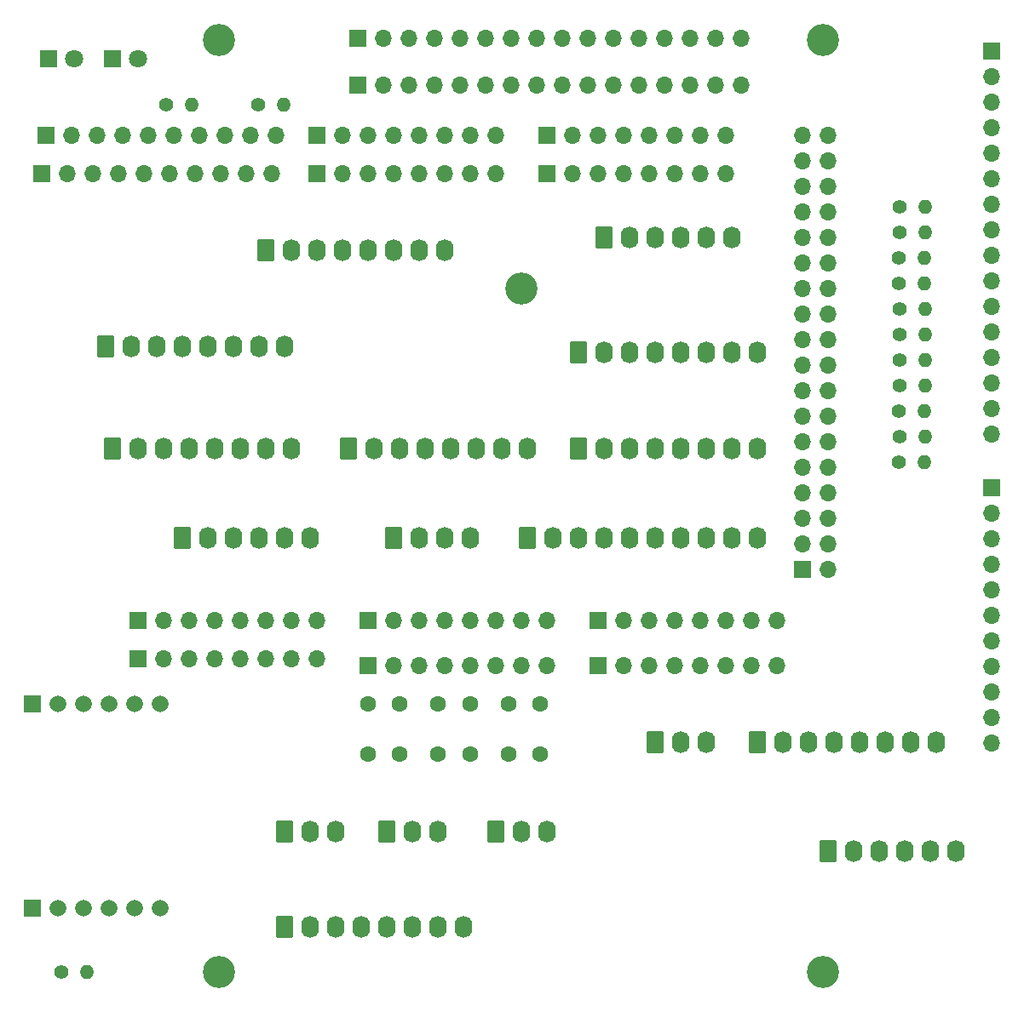
<source format=gbr>
%TF.GenerationSoftware,KiCad,Pcbnew,7.0.9*%
%TF.CreationDate,2023-11-21T03:23:09+10:00*%
%TF.ProjectId,Right Console Input,52696768-7420-4436-9f6e-736f6c652049,rev?*%
%TF.SameCoordinates,Original*%
%TF.FileFunction,Soldermask,Top*%
%TF.FilePolarity,Negative*%
%FSLAX46Y46*%
G04 Gerber Fmt 4.6, Leading zero omitted, Abs format (unit mm)*
G04 Created by KiCad (PCBNEW 7.0.9) date 2023-11-21 03:23:09*
%MOMM*%
%LPD*%
G01*
G04 APERTURE LIST*
G04 Aperture macros list*
%AMRoundRect*
0 Rectangle with rounded corners*
0 $1 Rounding radius*
0 $2 $3 $4 $5 $6 $7 $8 $9 X,Y pos of 4 corners*
0 Add a 4 corners polygon primitive as box body*
4,1,4,$2,$3,$4,$5,$6,$7,$8,$9,$2,$3,0*
0 Add four circle primitives for the rounded corners*
1,1,$1+$1,$2,$3*
1,1,$1+$1,$4,$5*
1,1,$1+$1,$6,$7*
1,1,$1+$1,$8,$9*
0 Add four rect primitives between the rounded corners*
20,1,$1+$1,$2,$3,$4,$5,0*
20,1,$1+$1,$4,$5,$6,$7,0*
20,1,$1+$1,$6,$7,$8,$9,0*
20,1,$1+$1,$8,$9,$2,$3,0*%
G04 Aperture macros list end*
%ADD10R,1.700000X1.700000*%
%ADD11O,1.700000X1.700000*%
%ADD12RoundRect,0.250000X-0.620000X-0.845000X0.620000X-0.845000X0.620000X0.845000X-0.620000X0.845000X0*%
%ADD13O,1.740000X2.190000*%
%ADD14C,1.400000*%
%ADD15O,1.400000X1.400000*%
%ADD16C,1.600000*%
%ADD17C,3.200000*%
%ADD18R,1.800000X1.800000*%
%ADD19C,1.800000*%
%ADD20R,1.665000X1.665000*%
%ADD21C,1.665000*%
G04 APERTURE END LIST*
D10*
%TO.C,J31*%
X193980000Y-92380000D03*
D11*
X196520000Y-92380000D03*
X193980000Y-89840000D03*
X196520000Y-89840000D03*
X193980000Y-87300000D03*
X196520000Y-87300000D03*
X193980000Y-84760000D03*
X196520000Y-84760000D03*
X193980000Y-82220000D03*
X196520000Y-82220000D03*
X193980000Y-79680000D03*
X196520000Y-79680000D03*
X193980000Y-77140000D03*
X196520000Y-77140000D03*
X193980000Y-74600000D03*
X196520000Y-74600000D03*
X193980000Y-72060000D03*
X196520000Y-72060000D03*
X193980000Y-69520000D03*
X196520000Y-69520000D03*
X193980000Y-66980000D03*
X196520000Y-66980000D03*
X193980000Y-64440000D03*
X196520000Y-64440000D03*
X193980000Y-61900000D03*
X196520000Y-61900000D03*
X193980000Y-59360000D03*
X196520000Y-59360000D03*
X193980000Y-56820000D03*
X196520000Y-56820000D03*
X193980000Y-54280000D03*
X196520000Y-54280000D03*
X193980000Y-51740000D03*
X196520000Y-51740000D03*
X193980000Y-49200000D03*
X196520000Y-49200000D03*
%TD*%
D10*
%TO.C,J28*%
X127940000Y-97460000D03*
D11*
X130480000Y-97460000D03*
X133020000Y-97460000D03*
X135560000Y-97460000D03*
X138100000Y-97460000D03*
X140640000Y-97460000D03*
X143180000Y-97460000D03*
X145720000Y-97460000D03*
%TD*%
D10*
%TO.C,J29*%
X150800000Y-97460000D03*
D11*
X153340000Y-97460000D03*
X155880000Y-97460000D03*
X158420000Y-97460000D03*
X160960000Y-97460000D03*
X163500000Y-97460000D03*
X166040000Y-97460000D03*
X168580000Y-97460000D03*
%TD*%
D10*
%TO.C,J30*%
X173660000Y-97460000D03*
D11*
X176200000Y-97460000D03*
X178740000Y-97460000D03*
X181280000Y-97460000D03*
X183820000Y-97460000D03*
X186360000Y-97460000D03*
X188900000Y-97460000D03*
X191440000Y-97460000D03*
%TD*%
D10*
%TO.C,J32*%
X118796000Y-49200000D03*
D11*
X121336000Y-49200000D03*
X123876000Y-49200000D03*
X126416000Y-49200000D03*
X128956000Y-49200000D03*
X131496000Y-49200000D03*
X134036000Y-49200000D03*
X136576000Y-49200000D03*
X139116000Y-49200000D03*
X141656000Y-49200000D03*
%TD*%
D10*
%TO.C,J33*%
X145720000Y-49200000D03*
D11*
X148260000Y-49200000D03*
X150800000Y-49200000D03*
X153340000Y-49200000D03*
X155880000Y-49200000D03*
X158420000Y-49200000D03*
X160960000Y-49200000D03*
X163500000Y-49200000D03*
%TD*%
D10*
%TO.C,J34*%
X168580000Y-49200000D03*
D11*
X171120000Y-49200000D03*
X173660000Y-49200000D03*
X176200000Y-49200000D03*
X178740000Y-49200000D03*
X181280000Y-49200000D03*
X183820000Y-49200000D03*
X186360000Y-49200000D03*
%TD*%
D12*
%TO.C,J3*%
X140640000Y-60630000D03*
D13*
X143180000Y-60630000D03*
X145720000Y-60630000D03*
X148260000Y-60630000D03*
X150800000Y-60630000D03*
X153340000Y-60630000D03*
X155880000Y-60630000D03*
X158420000Y-60630000D03*
%TD*%
D14*
%TO.C,R5*%
X203632000Y-69012000D03*
D15*
X206172000Y-69012000D03*
%TD*%
D14*
%TO.C,R2*%
X130784000Y-46152000D03*
D15*
X133324000Y-46152000D03*
%TD*%
D12*
%TO.C,J9*%
X171755000Y-70790000D03*
D13*
X174295000Y-70790000D03*
X176835000Y-70790000D03*
X179375000Y-70790000D03*
X181915000Y-70790000D03*
X184455000Y-70790000D03*
X186995000Y-70790000D03*
X189535000Y-70790000D03*
%TD*%
D16*
%TO.C,C6*%
X150800000Y-105755000D03*
X150800000Y-110755000D03*
%TD*%
D14*
%TO.C,R7*%
X203632000Y-66472000D03*
D15*
X206172000Y-66472000D03*
%TD*%
D12*
%TO.C,J4*%
X166675000Y-89205000D03*
D13*
X169215000Y-89205000D03*
X171755000Y-89205000D03*
X174295000Y-89205000D03*
X176835000Y-89205000D03*
X179375000Y-89205000D03*
X181915000Y-89205000D03*
X184455000Y-89205000D03*
X186995000Y-89205000D03*
X189535000Y-89205000D03*
%TD*%
D14*
%TO.C,R14*%
X120325000Y-132385000D03*
D15*
X122865000Y-132385000D03*
%TD*%
D10*
%TO.C,J26*%
X149784000Y-44198000D03*
D11*
X152324000Y-44198000D03*
X154864000Y-44198000D03*
X157404000Y-44198000D03*
X159944000Y-44198000D03*
X162484000Y-44198000D03*
X165024000Y-44198000D03*
X167564000Y-44198000D03*
X170104000Y-44198000D03*
X172644000Y-44198000D03*
X175184000Y-44198000D03*
X177724000Y-44198000D03*
X180264000Y-44198000D03*
X182804000Y-44198000D03*
X185344000Y-44198000D03*
X187884000Y-44198000D03*
%TD*%
D12*
%TO.C,J7*%
X148895000Y-80315000D03*
D13*
X151435000Y-80315000D03*
X153975000Y-80315000D03*
X156515000Y-80315000D03*
X159055000Y-80315000D03*
X161595000Y-80315000D03*
X164135000Y-80315000D03*
X166675000Y-80315000D03*
%TD*%
D10*
%TO.C,J23*%
X173660000Y-101905000D03*
D11*
X176200000Y-101905000D03*
X178740000Y-101905000D03*
X181280000Y-101905000D03*
X183820000Y-101905000D03*
X186360000Y-101905000D03*
X188900000Y-101905000D03*
X191440000Y-101905000D03*
%TD*%
D12*
%TO.C,J18*%
X196520000Y-120340000D03*
D13*
X199060000Y-120340000D03*
X201600000Y-120340000D03*
X204140000Y-120340000D03*
X206680000Y-120340000D03*
X209220000Y-120340000D03*
%TD*%
D10*
%TO.C,J11*%
X212776000Y-40818000D03*
D11*
X212776000Y-43358000D03*
X212776000Y-45898000D03*
X212776000Y-48438000D03*
X212776000Y-50978000D03*
X212776000Y-53518000D03*
X212776000Y-56058000D03*
X212776000Y-58598000D03*
X212776000Y-61138000D03*
X212776000Y-63678000D03*
X212776000Y-66218000D03*
X212776000Y-68758000D03*
X212776000Y-71298000D03*
X212776000Y-73838000D03*
X212776000Y-76378000D03*
X212776000Y-78918000D03*
%TD*%
D17*
%TO.C,H2*%
X196020000Y-132385000D03*
%TD*%
D12*
%TO.C,J13*%
X174295000Y-59360000D03*
D13*
X176835000Y-59360000D03*
X179375000Y-59360000D03*
X181915000Y-59360000D03*
X184455000Y-59360000D03*
X186995000Y-59360000D03*
%TD*%
D16*
%TO.C,C2*%
X164770000Y-105715000D03*
X164770000Y-110715000D03*
%TD*%
%TO.C,C3*%
X160960000Y-105715000D03*
X160960000Y-110715000D03*
%TD*%
D14*
%TO.C,R10*%
X203582000Y-61392000D03*
D15*
X206122000Y-61392000D03*
%TD*%
D10*
%TO.C,J27*%
X127940000Y-101270000D03*
D11*
X130480000Y-101270000D03*
X133020000Y-101270000D03*
X135560000Y-101270000D03*
X138100000Y-101270000D03*
X140640000Y-101270000D03*
X143180000Y-101270000D03*
X145720000Y-101270000D03*
%TD*%
D14*
%TO.C,R8*%
X203632000Y-56312000D03*
D15*
X206172000Y-56312000D03*
%TD*%
D14*
%TO.C,R11*%
X203582000Y-81712000D03*
D15*
X206122000Y-81712000D03*
%TD*%
D12*
%TO.C,J19*%
X152705000Y-118435000D03*
D13*
X155245000Y-118435000D03*
X157785000Y-118435000D03*
%TD*%
D12*
%TO.C,J6*%
X132385000Y-89225000D03*
D13*
X134925000Y-89225000D03*
X137465000Y-89225000D03*
X140005000Y-89225000D03*
X142545000Y-89225000D03*
X145085000Y-89225000D03*
%TD*%
D12*
%TO.C,J10*%
X153340000Y-89225000D03*
D13*
X155880000Y-89225000D03*
X158420000Y-89225000D03*
X160960000Y-89225000D03*
%TD*%
D16*
%TO.C,C5*%
X153975000Y-105755000D03*
X153975000Y-110755000D03*
%TD*%
D14*
%TO.C,R3*%
X203632000Y-58852000D03*
D15*
X206172000Y-58852000D03*
%TD*%
D12*
%TO.C,J8*%
X124765000Y-70155000D03*
D13*
X127305000Y-70155000D03*
X129845000Y-70155000D03*
X132385000Y-70155000D03*
X134925000Y-70155000D03*
X137465000Y-70155000D03*
X140005000Y-70155000D03*
X142545000Y-70155000D03*
%TD*%
D17*
%TO.C,H3*%
X196020000Y-39675000D03*
%TD*%
D10*
%TO.C,J17*%
X168580000Y-53010000D03*
D11*
X171120000Y-53010000D03*
X173660000Y-53010000D03*
X176200000Y-53010000D03*
X178740000Y-53010000D03*
X181280000Y-53010000D03*
X183820000Y-53010000D03*
X186360000Y-53010000D03*
%TD*%
D12*
%TO.C,J21*%
X142545000Y-127940000D03*
D13*
X145085000Y-127940000D03*
X147625000Y-127940000D03*
X150165000Y-127940000D03*
X152705000Y-127940000D03*
X155245000Y-127940000D03*
X157785000Y-127940000D03*
X160325000Y-127940000D03*
%TD*%
D16*
%TO.C,C1*%
X167945000Y-105715000D03*
X167945000Y-110715000D03*
%TD*%
D14*
%TO.C,R4*%
X203582000Y-63932000D03*
D15*
X206122000Y-63932000D03*
%TD*%
D10*
%TO.C,J16*%
X145720000Y-53010000D03*
D11*
X148260000Y-53010000D03*
X150800000Y-53010000D03*
X153340000Y-53010000D03*
X155880000Y-53010000D03*
X158420000Y-53010000D03*
X160960000Y-53010000D03*
X163500000Y-53010000D03*
%TD*%
D10*
%TO.C,J22*%
X150800000Y-101905000D03*
D11*
X153340000Y-101905000D03*
X155880000Y-101905000D03*
X158420000Y-101905000D03*
X160960000Y-101905000D03*
X163500000Y-101905000D03*
X166040000Y-101905000D03*
X168580000Y-101905000D03*
%TD*%
D12*
%TO.C,J2*%
X189535000Y-109525000D03*
D13*
X192075000Y-109525000D03*
X194615000Y-109525000D03*
X197155000Y-109525000D03*
X199695000Y-109525000D03*
X202235000Y-109525000D03*
X204775000Y-109525000D03*
X207315000Y-109525000D03*
%TD*%
D12*
%TO.C,J14*%
X125400000Y-80335000D03*
D13*
X127940000Y-80335000D03*
X130480000Y-80335000D03*
X133020000Y-80335000D03*
X135560000Y-80335000D03*
X138100000Y-80335000D03*
X140640000Y-80335000D03*
X143180000Y-80335000D03*
%TD*%
D12*
%TO.C,J25*%
X142545000Y-118435000D03*
D13*
X145085000Y-118435000D03*
X147625000Y-118435000D03*
%TD*%
D14*
%TO.C,R9*%
X203632000Y-74092000D03*
D15*
X206172000Y-74092000D03*
%TD*%
D14*
%TO.C,R6*%
X203632000Y-71552000D03*
D15*
X206172000Y-71552000D03*
%TD*%
D18*
%TO.C,D1*%
X125395000Y-41580000D03*
D19*
X127935000Y-41580000D03*
%TD*%
D14*
%TO.C,R12*%
X203632000Y-79172000D03*
D15*
X206172000Y-79172000D03*
%TD*%
D14*
%TO.C,R1*%
X139928000Y-46152000D03*
D15*
X142468000Y-46152000D03*
%TD*%
D10*
%TO.C,J12*%
X212776000Y-84252000D03*
D11*
X212776000Y-86792000D03*
X212776000Y-89332000D03*
X212776000Y-91872000D03*
X212776000Y-94412000D03*
X212776000Y-96952000D03*
X212776000Y-99492000D03*
X212776000Y-102032000D03*
X212776000Y-104572000D03*
X212776000Y-107112000D03*
X212776000Y-109652000D03*
%TD*%
D17*
%TO.C,MH1*%
X166040000Y-64440000D03*
%TD*%
D20*
%TO.C,U1*%
X117495000Y-126035000D03*
D21*
X120035000Y-126035000D03*
X122575000Y-126035000D03*
X125115000Y-126035000D03*
X127655000Y-126035000D03*
X130195000Y-126035000D03*
D20*
X117495000Y-105715000D03*
D21*
X120035000Y-105715000D03*
X122575000Y-105715000D03*
X125115000Y-105715000D03*
X127655000Y-105715000D03*
X130195000Y-105715000D03*
%TD*%
D10*
%TO.C,J15*%
X118415000Y-53010000D03*
D11*
X120955000Y-53010000D03*
X123495000Y-53010000D03*
X126035000Y-53010000D03*
X128575000Y-53010000D03*
X131115000Y-53010000D03*
X133655000Y-53010000D03*
X136195000Y-53010000D03*
X138735000Y-53010000D03*
X141275000Y-53010000D03*
%TD*%
D17*
%TO.C,H1*%
X136020000Y-132385000D03*
%TD*%
D12*
%TO.C,J5*%
X171755000Y-80335000D03*
D13*
X174295000Y-80335000D03*
X176835000Y-80335000D03*
X179375000Y-80335000D03*
X181915000Y-80335000D03*
X184455000Y-80335000D03*
X186995000Y-80335000D03*
X189535000Y-80335000D03*
%TD*%
D12*
%TO.C,J1*%
X179375000Y-109545000D03*
D13*
X181915000Y-109545000D03*
X184455000Y-109545000D03*
%TD*%
D16*
%TO.C,C4*%
X157785000Y-105715000D03*
X157785000Y-110715000D03*
%TD*%
D10*
%TO.C,J24*%
X149784000Y-39548000D03*
D11*
X152324000Y-39548000D03*
X154864000Y-39548000D03*
X157404000Y-39548000D03*
X159944000Y-39548000D03*
X162484000Y-39548000D03*
X165024000Y-39548000D03*
X167564000Y-39548000D03*
X170104000Y-39548000D03*
X172644000Y-39548000D03*
X175184000Y-39548000D03*
X177724000Y-39548000D03*
X180264000Y-39548000D03*
X182804000Y-39548000D03*
X185344000Y-39548000D03*
X187884000Y-39548000D03*
%TD*%
D18*
%TO.C,D2*%
X119045000Y-41580000D03*
D19*
X121585000Y-41580000D03*
%TD*%
D12*
%TO.C,J20*%
X163500000Y-118435000D03*
D13*
X166040000Y-118435000D03*
X168580000Y-118435000D03*
%TD*%
D17*
%TO.C,H4*%
X136020000Y-39675000D03*
%TD*%
D14*
%TO.C,R13*%
X203582000Y-76632000D03*
D15*
X206122000Y-76632000D03*
%TD*%
M02*

</source>
